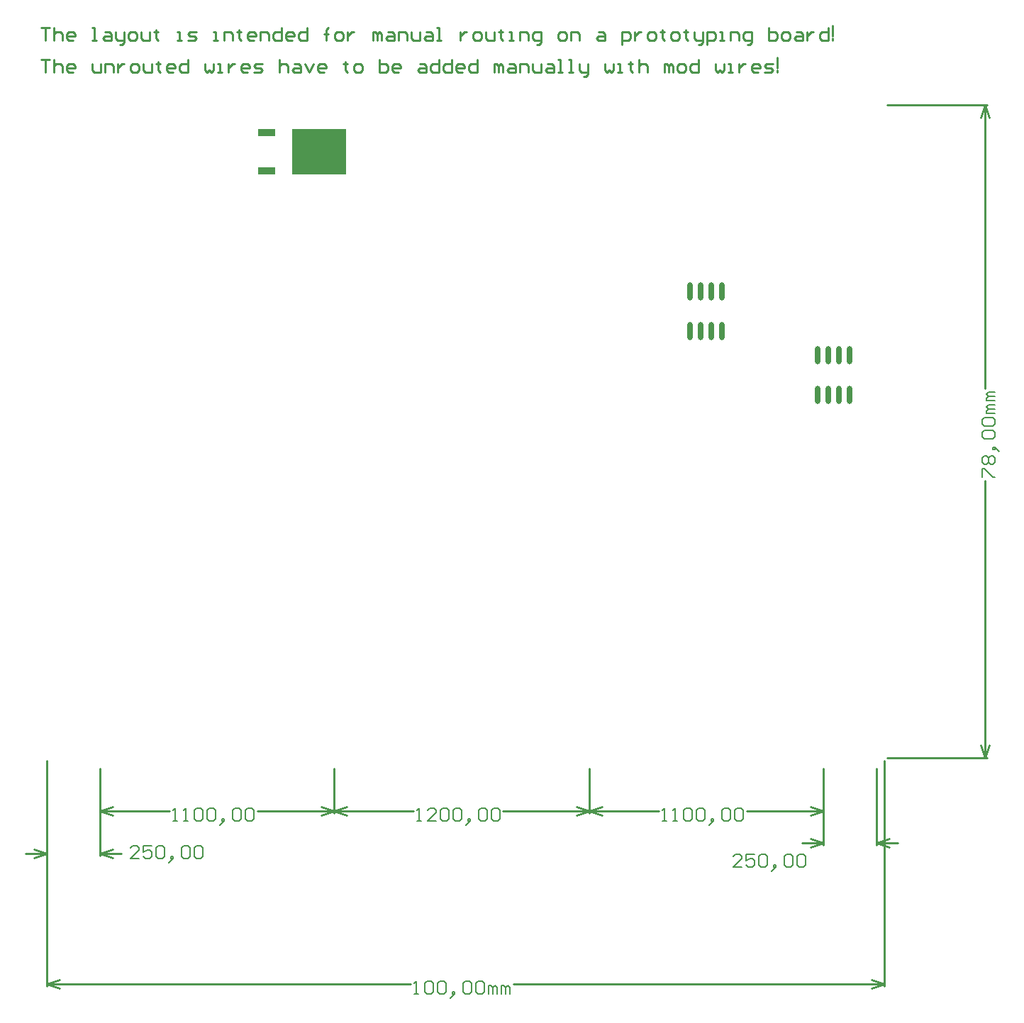
<source format=gtp>
G04 Layer_Color=7318015*
%FSLAX25Y25*%
%MOIN*%
G70*
G01*
G75*
%ADD10O,0.02362X0.08661*%
%ADD11R,0.08268X0.03740*%
%ADD12R,0.25590X0.21654*%
%ADD14C,0.01000*%
%ADD15C,0.00600*%
D10*
X871201Y683150D02*
D03*
X866201Y683150D02*
D03*
X861201Y683150D02*
D03*
X856201Y683150D02*
D03*
X871201Y664252D02*
D03*
X866201Y664252D02*
D03*
X861201Y664252D02*
D03*
X856201Y664252D02*
D03*
X811201Y713150D02*
D03*
X806201Y713150D02*
D03*
X801201Y713150D02*
D03*
X796201Y713150D02*
D03*
X811201Y694252D02*
D03*
X806201Y694252D02*
D03*
X801201Y694252D02*
D03*
X796201Y694252D02*
D03*
D11*
X596969Y787677D02*
D03*
X596969Y769724D02*
D03*
D12*
X621772Y778701D02*
D03*
D14*
X491201Y822199D02*
X495199Y822199D01*
X493200Y822199D01*
X493200Y816201D01*
X497199Y822199D02*
X497199Y816201D01*
X497199Y819200D01*
X498199Y820199D01*
X500198Y820199D01*
X501198Y819200D01*
X501198Y816201D01*
X506196Y816201D02*
X504197Y816201D01*
X503197Y817200D01*
X503197Y819200D01*
X504197Y820199D01*
X506196Y820199D01*
X507196Y819200D01*
X507196Y818200D01*
X503197Y818200D01*
X515193Y820199D02*
X515193Y817200D01*
X516193Y816201D01*
X519192Y816201D01*
X519192Y820199D01*
X521191Y816201D02*
X521191Y820199D01*
X524190Y820199D01*
X525190Y819200D01*
X525190Y816201D01*
X527189Y820199D02*
X527189Y816201D01*
X527189Y818200D01*
X528189Y819200D01*
X529188Y820199D01*
X530188Y820199D01*
X534187Y816201D02*
X536186Y816201D01*
X537186Y817200D01*
X537186Y819200D01*
X536186Y820199D01*
X534187Y820199D01*
X533187Y819200D01*
X533187Y817200D01*
X534187Y816201D01*
X539185Y820199D02*
X539185Y817200D01*
X540185Y816201D01*
X543184Y816201D01*
X543184Y820199D01*
X546183Y821199D02*
X546183Y820199D01*
X545183Y820199D01*
X547183Y820199D01*
X546183Y820199D01*
X546183Y817200D01*
X547183Y816201D01*
X553181Y816201D02*
X551181Y816201D01*
X550182Y817200D01*
X550182Y819200D01*
X551181Y820199D01*
X553181Y820199D01*
X554180Y819200D01*
X554180Y818200D01*
X550182Y818200D01*
X560179Y822199D02*
X560179Y816201D01*
X557179Y816201D01*
X556180Y817200D01*
X556180Y819200D01*
X557179Y820199D01*
X560179Y820199D01*
X568176Y820199D02*
X568176Y817200D01*
X569176Y816201D01*
X570175Y817200D01*
X571175Y816201D01*
X572175Y817200D01*
X572175Y820199D01*
X574174Y816201D02*
X576173Y816201D01*
X575174Y816201D01*
X575174Y820199D01*
X574174Y820199D01*
X579172Y820199D02*
X579172Y816201D01*
X579172Y818200D01*
X580172Y819200D01*
X581172Y820199D01*
X582171Y820199D01*
X588169Y816201D02*
X586170Y816201D01*
X585170Y817200D01*
X585170Y819200D01*
X586170Y820199D01*
X588169Y820199D01*
X589169Y819200D01*
X589169Y818200D01*
X585170Y818200D01*
X591168Y816201D02*
X594168Y816201D01*
X595167Y817200D01*
X594168Y818200D01*
X592168Y818200D01*
X591168Y819200D01*
X592168Y820199D01*
X595167Y820199D01*
X603165Y822199D02*
X603165Y816201D01*
X603165Y819200D01*
X604164Y820199D01*
X606164Y820199D01*
X607163Y819200D01*
X607163Y816201D01*
X610162Y820199D02*
X612162Y820199D01*
X613161Y819200D01*
X613161Y816201D01*
X610162Y816201D01*
X609163Y817200D01*
X610162Y818200D01*
X613161Y818200D01*
X615161Y820199D02*
X617160Y816201D01*
X619159Y820199D01*
X624158Y816201D02*
X622158Y816201D01*
X621159Y817200D01*
X621159Y819200D01*
X622158Y820199D01*
X624158Y820199D01*
X625157Y819200D01*
X625157Y818200D01*
X621159Y818200D01*
X634155Y821199D02*
X634155Y820199D01*
X633155Y820199D01*
X635154Y820199D01*
X634155Y820199D01*
X634155Y817200D01*
X635154Y816201D01*
X639153Y816201D02*
X641152Y816201D01*
X642152Y817200D01*
X642152Y819200D01*
X641152Y820199D01*
X639153Y820199D01*
X638153Y819200D01*
X638153Y817200D01*
X639153Y816201D01*
X650149Y822199D02*
X650149Y816201D01*
X653148Y816201D01*
X654148Y817200D01*
X654148Y818200D01*
X654148Y819200D01*
X653148Y820199D01*
X650149Y820199D01*
X659146Y816201D02*
X657147Y816201D01*
X656147Y817200D01*
X656147Y819200D01*
X657147Y820199D01*
X659146Y820199D01*
X660146Y819200D01*
X660146Y818200D01*
X656147Y818200D01*
X669143Y820199D02*
X671143Y820199D01*
X672142Y819200D01*
X672142Y816201D01*
X669143Y816201D01*
X668144Y817200D01*
X669143Y818200D01*
X672142Y818200D01*
X678140Y822199D02*
X678140Y816201D01*
X675141Y816201D01*
X674142Y817200D01*
X674142Y819200D01*
X675141Y820199D01*
X678140Y820199D01*
X684138Y822199D02*
X684138Y816201D01*
X681139Y816201D01*
X680140Y817200D01*
X680140Y819200D01*
X681139Y820199D01*
X684138Y820199D01*
X689137Y816201D02*
X687137Y816201D01*
X686138Y817200D01*
X686138Y819200D01*
X687137Y820199D01*
X689137Y820199D01*
X690136Y819200D01*
X690136Y818200D01*
X686138Y818200D01*
X696135Y822199D02*
X696135Y816201D01*
X693135Y816201D01*
X692136Y817200D01*
X692136Y819200D01*
X693135Y820199D01*
X696135Y820199D01*
X704132Y816201D02*
X704132Y820199D01*
X705132Y820199D01*
X706131Y819200D01*
X706131Y816201D01*
X706131Y819200D01*
X707131Y820199D01*
X708131Y819200D01*
X708131Y816201D01*
X711130Y820199D02*
X713129Y820199D01*
X714129Y819200D01*
X714129Y816201D01*
X711130Y816201D01*
X710130Y817200D01*
X711130Y818200D01*
X714129Y818200D01*
X716128Y816201D02*
X716128Y820199D01*
X719127Y820199D01*
X720127Y819200D01*
X720127Y816201D01*
X722126Y820199D02*
X722126Y817200D01*
X723126Y816201D01*
X726125Y816201D01*
X726125Y820199D01*
X729124Y820199D02*
X731123Y820199D01*
X732123Y819200D01*
X732123Y816201D01*
X729124Y816201D01*
X728124Y817200D01*
X729124Y818200D01*
X732123Y818200D01*
X734122Y816201D02*
X736122Y816201D01*
X735122Y816201D01*
X735122Y822199D01*
X734122Y822199D01*
X739121Y816201D02*
X741120Y816201D01*
X740120Y816201D01*
X740120Y822199D01*
X739121Y822199D01*
X744119Y820199D02*
X744119Y817200D01*
X745119Y816201D01*
X748118Y816201D01*
X748118Y815201D01*
X747118Y814201D01*
X746118Y814201D01*
X748118Y816201D02*
X748118Y820199D01*
X756115Y820199D02*
X756115Y817200D01*
X757115Y816201D01*
X758114Y817200D01*
X759114Y816201D01*
X760114Y817200D01*
X760114Y820199D01*
X762113Y816201D02*
X764113Y816201D01*
X763113Y816201D01*
X763113Y820199D01*
X762113Y820199D01*
X768111Y821199D02*
X768111Y820199D01*
X767111Y820199D01*
X769111Y820199D01*
X768111Y820199D01*
X768111Y817200D01*
X769111Y816201D01*
X772110Y822199D02*
X772110Y816201D01*
X772110Y819200D01*
X773110Y820199D01*
X775109Y820199D01*
X776109Y819200D01*
X776109Y816201D01*
X784106Y816201D02*
X784106Y820199D01*
X785106Y820199D01*
X786105Y819200D01*
X786105Y816201D01*
X786105Y819200D01*
X787105Y820199D01*
X788105Y819200D01*
X788105Y816201D01*
X791104Y816201D02*
X793103Y816201D01*
X794103Y817200D01*
X794103Y819200D01*
X793103Y820199D01*
X791104Y820199D01*
X790104Y819200D01*
X790104Y817200D01*
X791104Y816201D01*
X800101Y822199D02*
X800101Y816201D01*
X797102Y816201D01*
X796102Y817200D01*
X796102Y819200D01*
X797102Y820199D01*
X800101Y820199D01*
X808098Y820199D02*
X808098Y817200D01*
X809098Y816201D01*
X810098Y817200D01*
X811097Y816201D01*
X812097Y817200D01*
X812097Y820199D01*
X814096Y816201D02*
X816096Y816201D01*
X815096Y816201D01*
X815096Y820199D01*
X814096Y820199D01*
X819095Y820199D02*
X819095Y816201D01*
X819095Y818200D01*
X820094Y819200D01*
X821094Y820199D01*
X822094Y820199D01*
X828092Y816201D02*
X826092Y816201D01*
X825093Y817200D01*
X825093Y819200D01*
X826092Y820199D01*
X828092Y820199D01*
X829091Y819200D01*
X829091Y818200D01*
X825093Y818200D01*
X831091Y816201D02*
X834090Y816201D01*
X835089Y817200D01*
X834090Y818200D01*
X832090Y818200D01*
X831091Y819200D01*
X832090Y820199D01*
X835089Y820199D01*
X837089Y818200D02*
X837089Y823199D01*
X837089Y817200D02*
X837089Y816201D01*
X491201Y837199D02*
X495199Y837199D01*
X493200Y837199D01*
X493200Y831201D01*
X497199Y837199D02*
X497199Y831201D01*
X497199Y834200D01*
X498199Y835200D01*
X500198Y835200D01*
X501198Y834200D01*
X501198Y831201D01*
X506196Y831201D02*
X504197Y831201D01*
X503197Y832201D01*
X503197Y834200D01*
X504197Y835200D01*
X506196Y835200D01*
X507196Y834200D01*
X507196Y833200D01*
X503197Y833200D01*
X515193Y831201D02*
X517192Y831201D01*
X516193Y831201D01*
X516193Y837199D01*
X515193Y837199D01*
X521191Y835200D02*
X523190Y835200D01*
X524190Y834200D01*
X524190Y831201D01*
X521191Y831201D01*
X520191Y832201D01*
X521191Y833200D01*
X524190Y833200D01*
X526190Y835200D02*
X526190Y832201D01*
X527189Y831201D01*
X530188Y831201D01*
X530188Y830201D01*
X529188Y829201D01*
X528189Y829201D01*
X530188Y831201D02*
X530188Y835200D01*
X533187Y831201D02*
X535187Y831201D01*
X536186Y832201D01*
X536186Y834200D01*
X535187Y835200D01*
X533187Y835200D01*
X532188Y834200D01*
X532188Y832201D01*
X533187Y831201D01*
X538186Y835200D02*
X538186Y832201D01*
X539185Y831201D01*
X542184Y831201D01*
X542184Y835200D01*
X545183Y836199D02*
X545183Y835200D01*
X544184Y835200D01*
X546183Y835200D01*
X545183Y835200D01*
X545183Y832201D01*
X546183Y831201D01*
X555180Y831201D02*
X557179Y831201D01*
X556180Y831201D01*
X556180Y835200D01*
X555180Y835200D01*
X560179Y831201D02*
X563177Y831201D01*
X564177Y832201D01*
X563177Y833200D01*
X561178Y833200D01*
X560179Y834200D01*
X561178Y835200D01*
X564177Y835200D01*
X572175Y831201D02*
X574174Y831201D01*
X573174Y831201D01*
X573174Y835200D01*
X572175Y835200D01*
X577173Y831201D02*
X577173Y835200D01*
X580172Y835200D01*
X581172Y834200D01*
X581172Y831201D01*
X584171Y836199D02*
X584171Y835200D01*
X583171Y835200D01*
X585170Y835200D01*
X584171Y835200D01*
X584171Y832201D01*
X585170Y831201D01*
X591168Y831201D02*
X589169Y831201D01*
X588169Y832201D01*
X588169Y834200D01*
X589169Y835200D01*
X591168Y835200D01*
X592168Y834200D01*
X592168Y833200D01*
X588169Y833200D01*
X594168Y831201D02*
X594168Y835200D01*
X597166Y835200D01*
X598166Y834200D01*
X598166Y831201D01*
X604164Y837199D02*
X604164Y831201D01*
X601165Y831201D01*
X600166Y832201D01*
X600166Y834200D01*
X601165Y835200D01*
X604164Y835200D01*
X609163Y831201D02*
X607163Y831201D01*
X606164Y832201D01*
X606164Y834200D01*
X607163Y835200D01*
X609163Y835200D01*
X610162Y834200D01*
X610162Y833200D01*
X606164Y833200D01*
X616160Y837199D02*
X616160Y831201D01*
X613161Y831201D01*
X612162Y832201D01*
X612162Y834200D01*
X613161Y835200D01*
X616160Y835200D01*
X625157Y831201D02*
X625157Y836199D01*
X625157Y834200D01*
X624158Y834200D01*
X626157Y834200D01*
X625157Y834200D01*
X625157Y836199D01*
X626157Y837199D01*
X630156Y831201D02*
X632155Y831201D01*
X633155Y832201D01*
X633155Y834200D01*
X632155Y835200D01*
X630156Y835200D01*
X629156Y834200D01*
X629156Y832201D01*
X630156Y831201D01*
X635154Y835200D02*
X635154Y831201D01*
X635154Y833200D01*
X636154Y834200D01*
X637154Y835200D01*
X638153Y835200D01*
X647150Y831201D02*
X647150Y835200D01*
X648150Y835200D01*
X649150Y834200D01*
X649150Y831201D01*
X649150Y834200D01*
X650149Y835200D01*
X651149Y834200D01*
X651149Y831201D01*
X654148Y835200D02*
X656147Y835200D01*
X657147Y834200D01*
X657147Y831201D01*
X654148Y831201D01*
X653148Y832201D01*
X654148Y833200D01*
X657147Y833200D01*
X659146Y831201D02*
X659146Y835200D01*
X662146Y835200D01*
X663145Y834200D01*
X663145Y831201D01*
X665144Y835200D02*
X665144Y832201D01*
X666144Y831201D01*
X669143Y831201D01*
X669143Y835200D01*
X672142Y835200D02*
X674142Y835200D01*
X675141Y834200D01*
X675141Y831201D01*
X672142Y831201D01*
X671143Y832201D01*
X672142Y833200D01*
X675141Y833200D01*
X677141Y831201D02*
X679140Y831201D01*
X678140Y831201D01*
X678140Y837199D01*
X677141Y837199D01*
X688137Y835200D02*
X688137Y831201D01*
X688137Y833200D01*
X689137Y834200D01*
X690136Y835200D01*
X691136Y835200D01*
X695135Y831201D02*
X697134Y831201D01*
X698134Y832201D01*
X698134Y834200D01*
X697134Y835200D01*
X695135Y835200D01*
X694135Y834200D01*
X694135Y832201D01*
X695135Y831201D01*
X700133Y835200D02*
X700133Y832201D01*
X701133Y831201D01*
X704132Y831201D01*
X704132Y835200D01*
X707131Y836199D02*
X707131Y835200D01*
X706131Y835200D01*
X708131Y835200D01*
X707131Y835200D01*
X707131Y832201D01*
X708131Y831201D01*
X711130Y831201D02*
X713129Y831201D01*
X712129Y831201D01*
X712129Y835200D01*
X711130Y835200D01*
X716128Y831201D02*
X716128Y835200D01*
X719127Y835200D01*
X720127Y834200D01*
X720127Y831201D01*
X724125Y829201D02*
X725125Y829201D01*
X726125Y830201D01*
X726125Y835200D01*
X723126Y835200D01*
X722126Y834200D01*
X722126Y832201D01*
X723126Y831201D01*
X726125Y831201D01*
X735122Y831201D02*
X737121Y831201D01*
X738121Y832201D01*
X738121Y834200D01*
X737121Y835200D01*
X735122Y835200D01*
X734122Y834200D01*
X734122Y832201D01*
X735122Y831201D01*
X740120Y831201D02*
X740120Y835200D01*
X743119Y835200D01*
X744119Y834200D01*
X744119Y831201D01*
X753116Y835200D02*
X755115Y835200D01*
X756115Y834200D01*
X756115Y831201D01*
X753116Y831201D01*
X752116Y832201D01*
X753116Y833200D01*
X756115Y833200D01*
X764113Y829201D02*
X764113Y835200D01*
X767111Y835200D01*
X768111Y834200D01*
X768111Y832201D01*
X767111Y831201D01*
X764113Y831201D01*
X770111Y835200D02*
X770111Y831201D01*
X770111Y833200D01*
X771110Y834200D01*
X772110Y835200D01*
X773110Y835200D01*
X777108Y831201D02*
X779108Y831201D01*
X780107Y832201D01*
X780107Y834200D01*
X779108Y835200D01*
X777108Y835200D01*
X776109Y834200D01*
X776109Y832201D01*
X777108Y831201D01*
X783106Y836199D02*
X783106Y835200D01*
X782107Y835200D01*
X784106Y835200D01*
X783106Y835200D01*
X783106Y832201D01*
X784106Y831201D01*
X788105Y831201D02*
X790104Y831201D01*
X791104Y832201D01*
X791104Y834200D01*
X790104Y835200D01*
X788105Y835200D01*
X787105Y834200D01*
X787105Y832201D01*
X788105Y831201D01*
X794103Y836199D02*
X794103Y835200D01*
X793103Y835200D01*
X795103Y835200D01*
X794103Y835200D01*
X794103Y832201D01*
X795103Y831201D01*
X798102Y835200D02*
X798102Y832201D01*
X799101Y831201D01*
X802100Y831201D01*
X802100Y830201D01*
X801101Y829201D01*
X800101Y829201D01*
X802100Y831201D02*
X802100Y835200D01*
X804099Y829201D02*
X804099Y835200D01*
X807099Y835200D01*
X808098Y834200D01*
X808098Y832201D01*
X807099Y831201D01*
X804099Y831201D01*
X810098Y831201D02*
X812097Y831201D01*
X811097Y831201D01*
X811097Y835200D01*
X810098Y835200D01*
X815096Y831201D02*
X815096Y835200D01*
X818095Y835200D01*
X819095Y834200D01*
X819095Y831201D01*
X823093Y829201D02*
X824093Y829201D01*
X825093Y830201D01*
X825093Y835200D01*
X822094Y835200D01*
X821094Y834200D01*
X821094Y832201D01*
X822094Y831201D01*
X825093Y831201D01*
X833090Y837199D02*
X833090Y831201D01*
X836089Y831201D01*
X837089Y832201D01*
X837089Y833200D01*
X837089Y834200D01*
X836089Y835200D01*
X833090Y835200D01*
X840088Y831201D02*
X842087Y831201D01*
X843087Y832201D01*
X843087Y834200D01*
X842087Y835200D01*
X840088Y835200D01*
X839088Y834200D01*
X839088Y832201D01*
X840088Y831201D01*
X846086Y835200D02*
X848085Y835200D01*
X849085Y834200D01*
X849085Y831201D01*
X846086Y831201D01*
X845086Y832201D01*
X846086Y833200D01*
X849085Y833200D01*
X851084Y835200D02*
X851084Y831201D01*
X851084Y833200D01*
X852084Y834200D01*
X853084Y835200D01*
X854083Y835200D01*
X861081Y837199D02*
X861081Y831201D01*
X858082Y831201D01*
X857082Y832201D01*
X857082Y834200D01*
X858082Y835200D01*
X861081Y835200D01*
X863081Y833200D02*
X863081Y838198D01*
X863081Y832201D02*
X863081Y831201D01*
X888795Y800787D02*
X935646Y800787D01*
X888795Y493701D02*
X935646Y493701D01*
X934646Y667238D02*
X934646Y800787D01*
X934646Y493701D02*
X934646Y624051D01*
X932646Y794787D02*
X934646Y800787D01*
X936646Y794787D01*
X934646Y493701D02*
X936646Y499701D01*
X932646Y499701D02*
X934646Y493701D01*
X887402Y386402D02*
X887402Y492307D01*
X493701Y386402D02*
X493701Y492307D01*
X713044Y387402D02*
X887402Y387402D01*
X493701Y387402D02*
X664858Y387402D01*
X881402Y389402D02*
X887402Y387402D01*
X881402Y385402D02*
X887402Y387402D01*
X493701Y387402D02*
X499701Y385402D01*
X493701Y387402D02*
X499701Y389402D01*
X858701Y452701D02*
X858701Y488701D01*
X883701Y452701D02*
X883701Y488701D01*
X883701Y453701D02*
X893701Y453701D01*
X848701Y453701D02*
X858701Y453701D01*
X883701Y453701D02*
X889701Y451701D01*
X883701Y453701D02*
X889701Y455701D01*
X852701Y455701D02*
X858701Y453701D01*
X852701Y451701D02*
X858701Y453701D01*
X518701Y447701D02*
X518701Y488701D01*
X493701Y447701D02*
X493701Y488701D01*
X483701Y448701D02*
X493701Y448701D01*
X518701Y448701D02*
X528701Y448701D01*
X487701Y450701D02*
X493701Y448701D01*
X487701Y446701D02*
X493701Y448701D01*
X518701Y448701D02*
X524701Y446701D01*
X518701Y448701D02*
X524701Y450701D01*
X858701Y467701D02*
X858701Y488701D01*
X748701Y467701D02*
X748701Y488701D01*
X822695Y468701D02*
X858701Y468701D01*
X748701Y468701D02*
X781507Y468701D01*
X852701Y470701D02*
X858701Y468701D01*
X852701Y466701D02*
X858701Y468701D01*
X748701Y468701D02*
X754701Y466701D01*
X748701Y468701D02*
X754701Y470701D01*
X748701Y467701D02*
X748701Y488701D01*
X628701Y467701D02*
X628701Y488701D01*
X708194Y468701D02*
X748701Y468701D01*
X628701Y468701D02*
X666007Y468701D01*
X742701Y470701D02*
X748701Y468701D01*
X742701Y466701D02*
X748701Y468701D01*
X628701Y468701D02*
X634701Y466701D01*
X628701Y468701D02*
X634701Y470701D01*
X628701Y467701D02*
X628701Y488701D01*
X518701Y467701D02*
X518701Y488701D01*
X592695Y468701D02*
X628701Y468701D01*
X518701Y468701D02*
X551507Y468701D01*
X622701Y470701D02*
X628701Y468701D01*
X622701Y466701D02*
X628701Y468701D01*
X518701Y468701D02*
X524701Y466701D01*
X518701Y468701D02*
X524701Y470701D01*
D15*
X933246Y625651D02*
X933246Y629649D01*
X934246Y629649D01*
X938245Y625651D01*
X939244Y625651D01*
X934246Y631649D02*
X933246Y632648D01*
X933246Y634648D01*
X934246Y635647D01*
X935246Y635647D01*
X936245Y634648D01*
X937245Y635647D01*
X938245Y635647D01*
X939244Y634648D01*
X939244Y632648D01*
X938245Y631649D01*
X937245Y631649D01*
X936245Y632648D01*
X935246Y631649D01*
X934246Y631649D01*
X936245Y632648D02*
X936245Y634648D01*
X940244Y638646D02*
X939244Y639646D01*
X938245Y639646D01*
X938245Y638646D01*
X939244Y638646D01*
X939244Y639646D01*
X940244Y638646D01*
X941244Y637647D01*
X934246Y643645D02*
X933246Y644644D01*
X933246Y646644D01*
X934246Y647644D01*
X938245Y647644D01*
X939244Y646644D01*
X939244Y644644D01*
X938245Y643645D01*
X934246Y643645D01*
X934246Y649643D02*
X933246Y650642D01*
X933246Y652642D01*
X934246Y653642D01*
X938245Y653642D01*
X939244Y652642D01*
X939244Y650642D01*
X938245Y649643D01*
X934246Y649643D01*
X939244Y655641D02*
X935246Y655641D01*
X935246Y656640D01*
X936245Y657640D01*
X939244Y657640D01*
X936245Y657640D01*
X935246Y658640D01*
X936245Y659640D01*
X939244Y659640D01*
X939244Y661639D02*
X935246Y661639D01*
X935246Y662639D01*
X936245Y663638D01*
X939244Y663638D01*
X936245Y663638D01*
X935246Y664638D01*
X936245Y665638D01*
X939244Y665638D01*
X666459Y382803D02*
X668458Y382803D01*
X667458Y382803D01*
X667458Y388801D01*
X666459Y387801D01*
X671457Y387801D02*
X672457Y388801D01*
X674456Y388801D01*
X675456Y387801D01*
X675456Y383803D01*
X674456Y382803D01*
X672457Y382803D01*
X671457Y383803D01*
X671457Y387801D01*
X677455Y387801D02*
X678455Y388801D01*
X680454Y388801D01*
X681454Y387801D01*
X681454Y383803D01*
X680454Y382803D01*
X678455Y382803D01*
X677455Y383803D01*
X677455Y387801D01*
X684453Y381803D02*
X685452Y382803D01*
X685452Y383803D01*
X684453Y383803D01*
X684453Y382803D01*
X685452Y382803D01*
X684453Y381803D01*
X683453Y380803D01*
X689451Y387801D02*
X690451Y388801D01*
X692450Y388801D01*
X693450Y387801D01*
X693450Y383803D01*
X692450Y382803D01*
X690451Y382803D01*
X689451Y383803D01*
X689451Y387801D01*
X695449Y387801D02*
X696449Y388801D01*
X698448Y388801D01*
X699448Y387801D01*
X699448Y383803D01*
X698448Y382803D01*
X696449Y382803D01*
X695449Y383803D01*
X695449Y387801D01*
X701447Y382803D02*
X701447Y386802D01*
X702447Y386802D01*
X703446Y385802D01*
X703446Y382803D01*
X703446Y385802D01*
X704446Y386802D01*
X705446Y385802D01*
X705446Y382803D01*
X707445Y382803D02*
X707445Y386802D01*
X708445Y386802D01*
X709445Y385802D01*
X709445Y382803D01*
X709445Y385802D01*
X710444Y386802D01*
X711444Y385802D01*
X711444Y382803D01*
X820534Y442520D02*
X816535Y442520D01*
X820534Y446518D01*
X820534Y447518D01*
X819534Y448518D01*
X817535Y448518D01*
X816535Y447518D01*
X826532Y448518D02*
X822534Y448518D01*
X822534Y445519D01*
X824533Y446518D01*
X825533Y446518D01*
X826532Y445519D01*
X826532Y443519D01*
X825533Y442520D01*
X823533Y442520D01*
X822534Y443519D01*
X828532Y447518D02*
X829531Y448518D01*
X831531Y448518D01*
X832530Y447518D01*
X832530Y443519D01*
X831531Y442520D01*
X829531Y442520D01*
X828532Y443519D01*
X828532Y447518D01*
X835529Y441520D02*
X836529Y442520D01*
X836529Y443519D01*
X835529Y443519D01*
X835529Y442520D01*
X836529Y442520D01*
X835529Y441520D01*
X834530Y440520D01*
X840528Y447518D02*
X841527Y448518D01*
X843527Y448518D01*
X844526Y447518D01*
X844526Y443519D01*
X843527Y442520D01*
X841527Y442520D01*
X840528Y443519D01*
X840528Y447518D01*
X846526Y447518D02*
X847525Y448518D01*
X849525Y448518D01*
X850525Y447518D01*
X850525Y443519D01*
X849525Y442520D01*
X847525Y442520D01*
X846526Y443519D01*
X846526Y447518D01*
X537070Y446457D02*
X533071Y446457D01*
X537070Y450455D01*
X537070Y451455D01*
X536070Y452455D01*
X534071Y452455D01*
X533071Y451455D01*
X543068Y452455D02*
X539069Y452455D01*
X539069Y449456D01*
X541068Y450455D01*
X542068Y450455D01*
X543068Y449456D01*
X543068Y447456D01*
X542068Y446457D01*
X540069Y446457D01*
X539069Y447456D01*
X545067Y451455D02*
X546067Y452455D01*
X548066Y452455D01*
X549066Y451455D01*
X549066Y447456D01*
X548066Y446457D01*
X546067Y446457D01*
X545067Y447456D01*
X545067Y451455D01*
X552065Y445457D02*
X553064Y446457D01*
X553064Y447456D01*
X552065Y447456D01*
X552065Y446457D01*
X553064Y446457D01*
X552065Y445457D01*
X551065Y444457D01*
X557063Y451455D02*
X558063Y452455D01*
X560062Y452455D01*
X561062Y451455D01*
X561062Y447456D01*
X560062Y446457D01*
X558063Y446457D01*
X557063Y447456D01*
X557063Y451455D01*
X563061Y451455D02*
X564061Y452455D01*
X566060Y452455D01*
X567060Y451455D01*
X567060Y447456D01*
X566060Y446457D01*
X564061Y446457D01*
X563061Y447456D01*
X563061Y451455D01*
X783107Y464102D02*
X785106Y464102D01*
X784107Y464102D01*
X784107Y470100D01*
X783107Y469101D01*
X788105Y464102D02*
X790105Y464102D01*
X789105Y464102D01*
X789105Y470100D01*
X788105Y469101D01*
X793104Y469101D02*
X794103Y470100D01*
X796103Y470100D01*
X797102Y469101D01*
X797102Y465102D01*
X796103Y464102D01*
X794103Y464102D01*
X793104Y465102D01*
X793104Y469101D01*
X799102Y469101D02*
X800101Y470100D01*
X802101Y470100D01*
X803100Y469101D01*
X803100Y465102D01*
X802101Y464102D01*
X800101Y464102D01*
X799102Y465102D01*
X799102Y469101D01*
X806100Y463102D02*
X807099Y464102D01*
X807099Y465102D01*
X806100Y465102D01*
X806100Y464102D01*
X807099Y464102D01*
X806100Y463102D01*
X805100Y462103D01*
X811098Y469101D02*
X812097Y470100D01*
X814097Y470100D01*
X815097Y469101D01*
X815097Y465102D01*
X814097Y464102D01*
X812097Y464102D01*
X811098Y465102D01*
X811098Y469101D01*
X817096Y469101D02*
X818096Y470100D01*
X820095Y470100D01*
X821095Y469101D01*
X821095Y465102D01*
X820095Y464102D01*
X818096Y464102D01*
X817096Y465102D01*
X817096Y469101D01*
X667607Y464102D02*
X669606Y464102D01*
X668607Y464102D01*
X668607Y470100D01*
X667607Y469101D01*
X676604Y464102D02*
X672606Y464102D01*
X676604Y468101D01*
X676604Y469101D01*
X675604Y470100D01*
X673605Y470100D01*
X672606Y469101D01*
X678604Y469101D02*
X679603Y470100D01*
X681603Y470100D01*
X682602Y469101D01*
X682602Y465102D01*
X681603Y464102D01*
X679603Y464102D01*
X678604Y465102D01*
X678604Y469101D01*
X684602Y469101D02*
X685601Y470100D01*
X687601Y470100D01*
X688600Y469101D01*
X688600Y465102D01*
X687601Y464102D01*
X685601Y464102D01*
X684602Y465102D01*
X684602Y469101D01*
X691599Y463102D02*
X692599Y464102D01*
X692599Y465102D01*
X691599Y465102D01*
X691599Y464102D01*
X692599Y464102D01*
X691599Y463102D01*
X690600Y462103D01*
X696598Y469101D02*
X697597Y470100D01*
X699597Y470100D01*
X700596Y469101D01*
X700596Y465102D01*
X699597Y464102D01*
X697597Y464102D01*
X696598Y465102D01*
X696598Y469101D01*
X702596Y469101D02*
X703595Y470100D01*
X705595Y470100D01*
X706595Y469101D01*
X706595Y465102D01*
X705595Y464102D01*
X703595Y464102D01*
X702596Y465102D01*
X702596Y469101D01*
X553107Y464102D02*
X555106Y464102D01*
X554107Y464102D01*
X554107Y470100D01*
X553107Y469101D01*
X558105Y464102D02*
X560105Y464102D01*
X559105Y464102D01*
X559105Y470100D01*
X558105Y469101D01*
X563104Y469101D02*
X564103Y470100D01*
X566103Y470100D01*
X567102Y469101D01*
X567102Y465102D01*
X566103Y464102D01*
X564103Y464102D01*
X563104Y465102D01*
X563104Y469101D01*
X569102Y469101D02*
X570101Y470100D01*
X572101Y470100D01*
X573101Y469101D01*
X573101Y465102D01*
X572101Y464102D01*
X570101Y464102D01*
X569102Y465102D01*
X569102Y469101D01*
X576099Y463102D02*
X577099Y464102D01*
X577099Y465102D01*
X576099Y465102D01*
X576099Y464102D01*
X577099Y464102D01*
X576099Y463102D01*
X575100Y462103D01*
X581098Y469101D02*
X582097Y470100D01*
X584097Y470100D01*
X585097Y469101D01*
X585097Y465102D01*
X584097Y464102D01*
X582097Y464102D01*
X581098Y465102D01*
X581098Y469101D01*
X587096Y469101D02*
X588096Y470100D01*
X590095Y470100D01*
X591095Y469101D01*
X591095Y465102D01*
X590095Y464102D01*
X588096Y464102D01*
X587096Y465102D01*
X587096Y469101D01*
M02*

</source>
